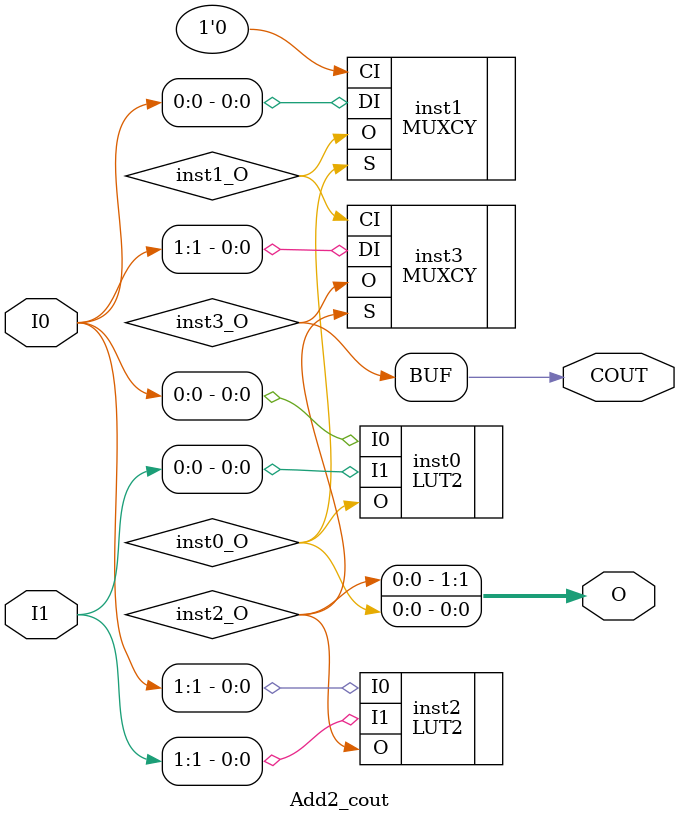
<source format=v>
module Add2_cout (input [1:0] I0, input [1:0] I1, output [1:0] O, output  COUT);
wire  inst0_O;
wire  inst1_O;
wire  inst2_O;
wire  inst3_O;
LUT2 #(.INIT(4'h6)) inst0 (.I0(I0[0]), .I1(I1[0]), .O(inst0_O));
MUXCY inst1 (.DI(I0[0]), .CI(1'b0), .S(inst0_O), .O(inst1_O));
LUT2 #(.INIT(4'h6)) inst2 (.I0(I0[1]), .I1(I1[1]), .O(inst2_O));
MUXCY inst3 (.DI(I0[1]), .CI(inst1_O), .S(inst2_O), .O(inst3_O));
assign O = {inst2_O,inst0_O};
assign COUT = inst3_O;
endmodule


</source>
